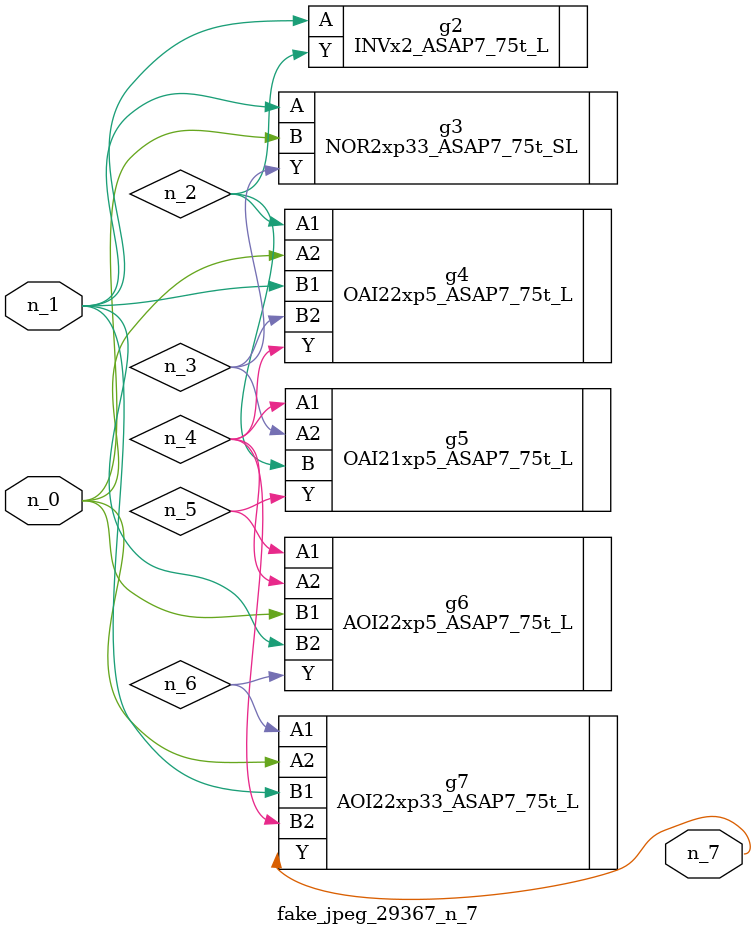
<source format=v>
module fake_jpeg_29367_n_7 (n_0, n_1, n_7);

input n_0;
input n_1;

output n_7;

wire n_3;
wire n_2;
wire n_4;
wire n_6;
wire n_5;

INVx2_ASAP7_75t_L g2 ( 
.A(n_1),
.Y(n_2)
);

NOR2xp33_ASAP7_75t_SL g3 ( 
.A(n_1),
.B(n_0),
.Y(n_3)
);

OAI22xp5_ASAP7_75t_L g4 ( 
.A1(n_2),
.A2(n_0),
.B1(n_1),
.B2(n_3),
.Y(n_4)
);

OAI21xp5_ASAP7_75t_L g5 ( 
.A1(n_4),
.A2(n_3),
.B(n_2),
.Y(n_5)
);

AOI22xp5_ASAP7_75t_L g6 ( 
.A1(n_5),
.A2(n_4),
.B1(n_0),
.B2(n_1),
.Y(n_6)
);

AOI22xp33_ASAP7_75t_L g7 ( 
.A1(n_6),
.A2(n_0),
.B1(n_1),
.B2(n_4),
.Y(n_7)
);


endmodule
</source>
